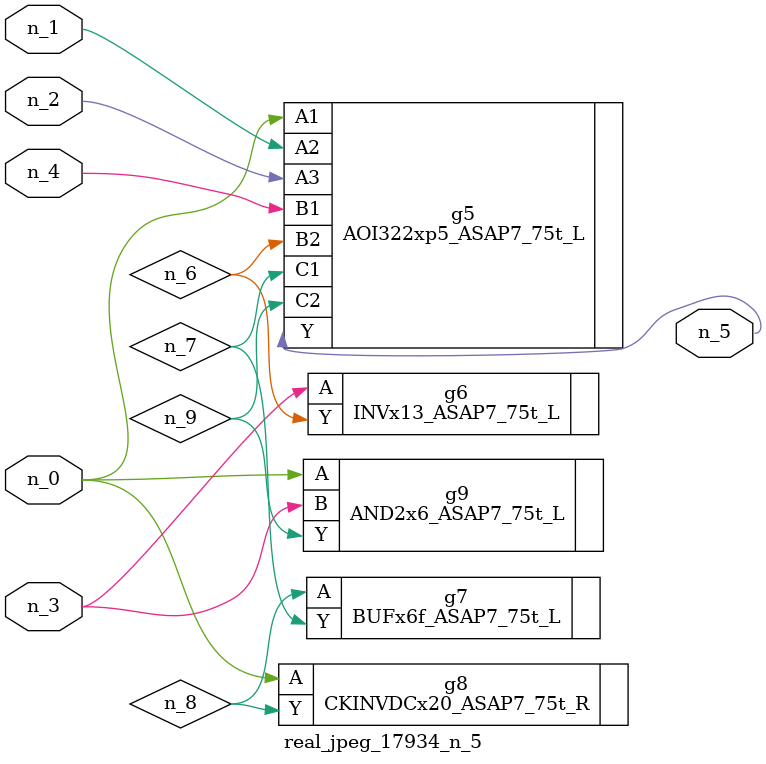
<source format=v>
module real_jpeg_17934_n_5 (n_4, n_0, n_1, n_2, n_3, n_5);

input n_4;
input n_0;
input n_1;
input n_2;
input n_3;

output n_5;

wire n_8;
wire n_6;
wire n_7;
wire n_9;

AOI322xp5_ASAP7_75t_L g5 ( 
.A1(n_0),
.A2(n_1),
.A3(n_2),
.B1(n_4),
.B2(n_6),
.C1(n_7),
.C2(n_9),
.Y(n_5)
);

CKINVDCx20_ASAP7_75t_R g8 ( 
.A(n_0),
.Y(n_8)
);

AND2x6_ASAP7_75t_L g9 ( 
.A(n_0),
.B(n_3),
.Y(n_9)
);

INVx13_ASAP7_75t_L g6 ( 
.A(n_3),
.Y(n_6)
);

BUFx6f_ASAP7_75t_L g7 ( 
.A(n_8),
.Y(n_7)
);


endmodule
</source>
